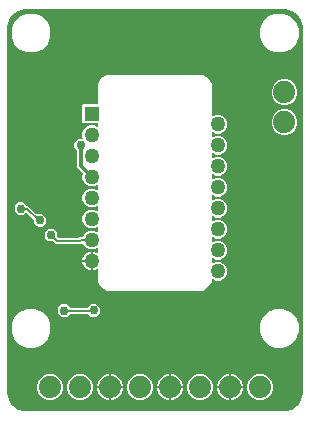
<source format=gbr>
G04 EAGLE Gerber RS-274X export*
G75*
%MOMM*%
%FSLAX34Y34*%
%LPD*%
%INBottom Copper*%
%IPPOS*%
%AMOC8*
5,1,8,0,0,1.08239X$1,22.5*%
G01*
G04 Define Apertures*
%ADD10C,1.879600*%
%ADD11R,1.270000X1.270000*%
%ADD12C,1.270000*%
%ADD13C,0.756400*%
%ADD14C,0.304800*%
%ADD15C,0.203200*%
G36*
X110149Y-194985D02*
X110000Y-195000D01*
X-110000Y-195000D01*
X-110149Y-194985D01*
X-115597Y-193902D01*
X-115872Y-193788D01*
X-120491Y-190701D01*
X-120701Y-190491D01*
X-123788Y-185872D01*
X-123902Y-185597D01*
X-124985Y-180149D01*
X-125000Y-180000D01*
X-125000Y130000D01*
X-124985Y130149D01*
X-123902Y135597D01*
X-123788Y135872D01*
X-120701Y140491D01*
X-120491Y140701D01*
X-115872Y143788D01*
X-115597Y143902D01*
X-110149Y144985D01*
X-110000Y145000D01*
X110000Y145000D01*
X110149Y144985D01*
X115597Y143902D01*
X115872Y143788D01*
X120491Y140701D01*
X120701Y140491D01*
X123788Y135872D01*
X123902Y135597D01*
X124985Y130149D01*
X125000Y130000D01*
X125000Y-180000D01*
X124985Y-180149D01*
X123902Y-185597D01*
X123788Y-185872D01*
X120701Y-190491D01*
X120491Y-190701D01*
X115872Y-193788D01*
X115597Y-193902D01*
X110149Y-194985D01*
G37*
%LPC*%
G36*
X101718Y108500D02*
X108282Y108500D01*
X114347Y111012D01*
X118988Y115654D01*
X121500Y121718D01*
X121500Y128282D01*
X118988Y134347D01*
X114347Y138988D01*
X108282Y141500D01*
X101718Y141500D01*
X95654Y138988D01*
X91012Y134347D01*
X88500Y128282D01*
X88500Y121718D01*
X91012Y115654D01*
X95654Y111012D01*
X101718Y108500D01*
G37*
G36*
X-108282Y108500D02*
X-101718Y108500D01*
X-95654Y111012D01*
X-91012Y115654D01*
X-88500Y121718D01*
X-88500Y128282D01*
X-91012Y134347D01*
X-95654Y138988D01*
X-101718Y141500D01*
X-108282Y141500D01*
X-114347Y138988D01*
X-118988Y134347D01*
X-121500Y128282D01*
X-121500Y121718D01*
X-118988Y115654D01*
X-114347Y111012D01*
X-108282Y108500D01*
G37*
G36*
X-40801Y-93138D02*
X40547Y-93138D01*
X45225Y-90437D01*
X47926Y-85759D01*
X47926Y-84269D01*
X47975Y-84000D01*
X48136Y-83743D01*
X48385Y-83569D01*
X48682Y-83507D01*
X48980Y-83565D01*
X51774Y-84722D01*
X54906Y-84722D01*
X57800Y-83523D01*
X60015Y-81308D01*
X61214Y-78414D01*
X61214Y-75282D01*
X60015Y-72388D01*
X57800Y-70173D01*
X54906Y-68974D01*
X51774Y-68974D01*
X48980Y-70131D01*
X48712Y-70189D01*
X48413Y-70138D01*
X48158Y-69975D01*
X47986Y-69725D01*
X47926Y-69427D01*
X47926Y-66469D01*
X47975Y-66200D01*
X48136Y-65943D01*
X48385Y-65769D01*
X48682Y-65707D01*
X48980Y-65765D01*
X51774Y-66922D01*
X54906Y-66922D01*
X57800Y-65723D01*
X60015Y-63508D01*
X61214Y-60614D01*
X61214Y-57482D01*
X60015Y-54588D01*
X57800Y-52373D01*
X54906Y-51174D01*
X51774Y-51174D01*
X48980Y-52331D01*
X48712Y-52389D01*
X48413Y-52338D01*
X48158Y-52175D01*
X47986Y-51925D01*
X47926Y-51627D01*
X47926Y-48669D01*
X47975Y-48400D01*
X48136Y-48143D01*
X48385Y-47969D01*
X48682Y-47907D01*
X48980Y-47965D01*
X51774Y-49122D01*
X54906Y-49122D01*
X57800Y-47923D01*
X60015Y-45708D01*
X61214Y-42814D01*
X61214Y-39682D01*
X60015Y-36788D01*
X57800Y-34573D01*
X54906Y-33374D01*
X51774Y-33374D01*
X48980Y-34531D01*
X48712Y-34589D01*
X48413Y-34538D01*
X48158Y-34375D01*
X47986Y-34125D01*
X47926Y-33827D01*
X47926Y-30869D01*
X47975Y-30600D01*
X48136Y-30343D01*
X48385Y-30169D01*
X48682Y-30107D01*
X48980Y-30165D01*
X51774Y-31322D01*
X54906Y-31322D01*
X57800Y-30123D01*
X60015Y-27908D01*
X61214Y-25014D01*
X61214Y-21882D01*
X60015Y-18988D01*
X57800Y-16773D01*
X54906Y-15574D01*
X51774Y-15574D01*
X48980Y-16731D01*
X48712Y-16789D01*
X48413Y-16738D01*
X48158Y-16575D01*
X47986Y-16325D01*
X47926Y-16027D01*
X47926Y-13069D01*
X47975Y-12800D01*
X48136Y-12543D01*
X48385Y-12369D01*
X48682Y-12307D01*
X48980Y-12365D01*
X51774Y-13522D01*
X54906Y-13522D01*
X57800Y-12323D01*
X60015Y-10108D01*
X61214Y-7214D01*
X61214Y-4082D01*
X60015Y-1188D01*
X57800Y1027D01*
X54906Y2226D01*
X51774Y2226D01*
X48980Y1069D01*
X48712Y1011D01*
X48413Y1062D01*
X48158Y1225D01*
X47986Y1475D01*
X47926Y1773D01*
X47926Y4731D01*
X47975Y5000D01*
X48136Y5257D01*
X48385Y5431D01*
X48682Y5493D01*
X48980Y5435D01*
X51774Y4278D01*
X54906Y4278D01*
X57800Y5477D01*
X60015Y7692D01*
X61214Y10586D01*
X61214Y13718D01*
X60015Y16612D01*
X57800Y18827D01*
X54906Y20026D01*
X51774Y20026D01*
X48980Y18869D01*
X48712Y18811D01*
X48413Y18862D01*
X48158Y19025D01*
X47986Y19275D01*
X47926Y19573D01*
X47926Y22531D01*
X47975Y22800D01*
X48136Y23057D01*
X48385Y23231D01*
X48682Y23293D01*
X48980Y23235D01*
X51774Y22078D01*
X54906Y22078D01*
X57800Y23277D01*
X60015Y25492D01*
X61214Y28386D01*
X61214Y31518D01*
X60015Y34412D01*
X57800Y36627D01*
X54906Y37826D01*
X51774Y37826D01*
X48980Y36669D01*
X48712Y36611D01*
X48413Y36662D01*
X48158Y36825D01*
X47986Y37075D01*
X47926Y37373D01*
X47926Y40331D01*
X47975Y40600D01*
X48136Y40857D01*
X48385Y41031D01*
X48682Y41093D01*
X48980Y41035D01*
X51774Y39878D01*
X54906Y39878D01*
X57800Y41077D01*
X60015Y43292D01*
X61214Y46186D01*
X61214Y49318D01*
X60015Y52212D01*
X57800Y54427D01*
X54906Y55626D01*
X51774Y55626D01*
X48980Y54469D01*
X48712Y54411D01*
X48413Y54462D01*
X48158Y54625D01*
X47986Y54875D01*
X47926Y55173D01*
X47926Y82203D01*
X45225Y86881D01*
X40547Y89582D01*
X-40801Y89582D01*
X-45479Y86881D01*
X-48180Y82203D01*
X-48180Y65278D01*
X-48231Y65003D01*
X-48395Y64748D01*
X-48645Y64576D01*
X-48942Y64516D01*
X-60575Y64516D01*
X-61468Y63623D01*
X-61468Y49661D01*
X-60575Y48768D01*
X-48942Y48768D01*
X-48667Y48717D01*
X-48412Y48553D01*
X-48240Y48303D01*
X-48180Y48006D01*
X-48180Y46263D01*
X-48229Y45994D01*
X-48390Y45737D01*
X-48639Y45563D01*
X-48936Y45501D01*
X-49234Y45559D01*
X-52028Y46716D01*
X-55160Y46716D01*
X-58054Y45517D01*
X-60269Y43302D01*
X-61468Y40408D01*
X-61468Y37276D01*
X-61070Y36314D01*
X-61012Y36047D01*
X-61063Y35748D01*
X-61226Y35493D01*
X-61477Y35321D01*
X-61774Y35261D01*
X-65243Y35261D01*
X-68351Y32153D01*
X-68351Y27757D01*
X-66263Y25669D01*
X-66100Y25427D01*
X-66040Y25130D01*
X-66040Y11377D01*
X-61243Y6581D01*
X-61083Y6345D01*
X-61020Y6048D01*
X-61078Y5750D01*
X-61468Y4808D01*
X-61468Y1676D01*
X-60269Y-1218D01*
X-58054Y-3433D01*
X-55160Y-4632D01*
X-52028Y-4632D01*
X-49234Y-3475D01*
X-48966Y-3417D01*
X-48667Y-3468D01*
X-48412Y-3631D01*
X-48240Y-3881D01*
X-48180Y-4179D01*
X-48180Y-7137D01*
X-48229Y-7406D01*
X-48390Y-7663D01*
X-48639Y-7837D01*
X-48936Y-7899D01*
X-49234Y-7841D01*
X-52028Y-6684D01*
X-55160Y-6684D01*
X-58054Y-7883D01*
X-60269Y-10098D01*
X-61468Y-12992D01*
X-61468Y-16124D01*
X-60269Y-19018D01*
X-58054Y-21233D01*
X-55160Y-22432D01*
X-52028Y-22432D01*
X-49234Y-21275D01*
X-48966Y-21217D01*
X-48667Y-21268D01*
X-48412Y-21431D01*
X-48240Y-21681D01*
X-48180Y-21979D01*
X-48180Y-24937D01*
X-48229Y-25206D01*
X-48390Y-25463D01*
X-48639Y-25637D01*
X-48936Y-25699D01*
X-49234Y-25641D01*
X-52028Y-24484D01*
X-55160Y-24484D01*
X-58054Y-25683D01*
X-60269Y-27898D01*
X-61468Y-30792D01*
X-61468Y-33924D01*
X-60269Y-36818D01*
X-58054Y-39033D01*
X-55160Y-40232D01*
X-52028Y-40232D01*
X-49234Y-39075D01*
X-48966Y-39017D01*
X-48667Y-39068D01*
X-48412Y-39231D01*
X-48240Y-39481D01*
X-48180Y-39779D01*
X-48180Y-42737D01*
X-48229Y-43006D01*
X-48390Y-43263D01*
X-48639Y-43437D01*
X-48936Y-43499D01*
X-49234Y-43441D01*
X-52028Y-42284D01*
X-55160Y-42284D01*
X-58054Y-43483D01*
X-60269Y-45698D01*
X-60870Y-47148D01*
X-61026Y-47386D01*
X-61277Y-47558D01*
X-61574Y-47618D01*
X-63693Y-47618D01*
X-64000Y-47925D01*
X-64241Y-48088D01*
X-64539Y-48148D01*
X-81932Y-48148D01*
X-82207Y-48097D01*
X-82462Y-47933D01*
X-82634Y-47683D01*
X-82694Y-47386D01*
X-82694Y-43802D01*
X-85802Y-40694D01*
X-90198Y-40694D01*
X-93306Y-43802D01*
X-93306Y-48198D01*
X-90198Y-51306D01*
X-86602Y-51306D01*
X-86316Y-51362D01*
X-86063Y-51529D01*
X-84364Y-53228D01*
X-62119Y-53228D01*
X-62025Y-53134D01*
X-61800Y-52978D01*
X-61504Y-52911D01*
X-61205Y-52964D01*
X-60951Y-53130D01*
X-60782Y-53381D01*
X-60269Y-54618D01*
X-58054Y-56833D01*
X-55160Y-58032D01*
X-52028Y-58032D01*
X-49234Y-56875D01*
X-48966Y-56817D01*
X-48667Y-56868D01*
X-48412Y-57031D01*
X-48240Y-57281D01*
X-48180Y-57579D01*
X-48180Y-60563D01*
X-48229Y-60832D01*
X-48390Y-61089D01*
X-48639Y-61263D01*
X-48936Y-61325D01*
X-49234Y-61267D01*
X-52033Y-60108D01*
X-52832Y-60108D01*
X-52832Y-75808D01*
X-52033Y-75808D01*
X-49234Y-74649D01*
X-48966Y-74591D01*
X-48667Y-74642D01*
X-48412Y-74805D01*
X-48240Y-75055D01*
X-48180Y-75353D01*
X-48180Y-85759D01*
X-45479Y-90437D01*
X-40801Y-93138D01*
G37*
G36*
X107429Y63846D02*
X111775Y63846D01*
X115789Y65509D01*
X118861Y68581D01*
X120524Y72595D01*
X120524Y76941D01*
X118861Y80955D01*
X115789Y84027D01*
X111775Y85690D01*
X107429Y85690D01*
X103415Y84027D01*
X100343Y80955D01*
X98680Y76941D01*
X98680Y72595D01*
X100343Y68581D01*
X103415Y65509D01*
X107429Y63846D01*
G37*
G36*
X107429Y38446D02*
X111775Y38446D01*
X115789Y40109D01*
X118861Y43181D01*
X120524Y47195D01*
X120524Y51541D01*
X118861Y55555D01*
X115789Y58627D01*
X111775Y60290D01*
X107429Y60290D01*
X103415Y58627D01*
X100343Y55555D01*
X98680Y51541D01*
X98680Y47195D01*
X100343Y43181D01*
X103415Y40109D01*
X107429Y38446D01*
G37*
G36*
X-99729Y-38837D02*
X-95333Y-38837D01*
X-92225Y-35729D01*
X-92225Y-31333D01*
X-95333Y-28225D01*
X-99868Y-28225D01*
X-100154Y-28169D01*
X-100406Y-28002D01*
X-107221Y-21187D01*
X-108312Y-21187D01*
X-108598Y-21131D01*
X-108851Y-20964D01*
X-111393Y-18421D01*
X-115789Y-18421D01*
X-118897Y-21529D01*
X-118897Y-25925D01*
X-115789Y-29033D01*
X-111393Y-29033D01*
X-109515Y-27155D01*
X-109285Y-26997D01*
X-108988Y-26932D01*
X-108690Y-26987D01*
X-108437Y-27155D01*
X-103060Y-32532D01*
X-102897Y-32774D01*
X-102837Y-33071D01*
X-102837Y-35729D01*
X-99729Y-38837D01*
G37*
G36*
X-61444Y-67196D02*
X-54356Y-67196D01*
X-54356Y-60108D01*
X-55155Y-60108D01*
X-58041Y-61303D01*
X-60249Y-63511D01*
X-61444Y-66397D01*
X-61444Y-67196D01*
G37*
G36*
X-55155Y-75808D02*
X-54356Y-75808D01*
X-54356Y-68720D01*
X-61444Y-68720D01*
X-61444Y-69519D01*
X-60249Y-72405D01*
X-58041Y-74613D01*
X-55155Y-75808D01*
G37*
G36*
X-79326Y-115306D02*
X-74930Y-115306D01*
X-72387Y-112763D01*
X-72146Y-112600D01*
X-71849Y-112540D01*
X-57085Y-112540D01*
X-56799Y-112596D01*
X-56546Y-112763D01*
X-54142Y-115167D01*
X-49746Y-115167D01*
X-46638Y-112059D01*
X-46638Y-107664D01*
X-49746Y-104555D01*
X-54142Y-104555D01*
X-56823Y-107237D01*
X-57065Y-107400D01*
X-57362Y-107460D01*
X-71849Y-107460D01*
X-72135Y-107404D01*
X-72387Y-107237D01*
X-74930Y-104694D01*
X-79326Y-104694D01*
X-82434Y-107802D01*
X-82434Y-112198D01*
X-79326Y-115306D01*
G37*
G36*
X101718Y-141500D02*
X108282Y-141500D01*
X114347Y-138988D01*
X118988Y-134347D01*
X121500Y-128282D01*
X121500Y-121718D01*
X118988Y-115654D01*
X114347Y-111012D01*
X108282Y-108500D01*
X101718Y-108500D01*
X95654Y-111012D01*
X91012Y-115654D01*
X88500Y-121718D01*
X88500Y-128282D01*
X91012Y-134347D01*
X95654Y-138988D01*
X101718Y-141500D01*
G37*
G36*
X-108282Y-141500D02*
X-101718Y-141500D01*
X-95654Y-138988D01*
X-91012Y-134347D01*
X-88500Y-128282D01*
X-88500Y-121718D01*
X-91012Y-115654D01*
X-95654Y-111012D01*
X-101718Y-108500D01*
X-108282Y-108500D01*
X-114347Y-111012D01*
X-118988Y-115654D01*
X-121500Y-121718D01*
X-121500Y-128282D01*
X-118988Y-134347D01*
X-114347Y-138988D01*
X-108282Y-141500D01*
G37*
G36*
X86727Y-185922D02*
X91073Y-185922D01*
X95087Y-184259D01*
X98159Y-181187D01*
X99822Y-177173D01*
X99822Y-172827D01*
X98159Y-168813D01*
X95087Y-165741D01*
X91073Y-164078D01*
X86727Y-164078D01*
X82713Y-165741D01*
X79641Y-168813D01*
X77978Y-172827D01*
X77978Y-177173D01*
X79641Y-181187D01*
X82713Y-184259D01*
X86727Y-185922D01*
G37*
G36*
X35927Y-185922D02*
X40273Y-185922D01*
X44287Y-184259D01*
X47359Y-181187D01*
X49022Y-177173D01*
X49022Y-172827D01*
X47359Y-168813D01*
X44287Y-165741D01*
X40273Y-164078D01*
X35927Y-164078D01*
X31913Y-165741D01*
X28841Y-168813D01*
X27178Y-172827D01*
X27178Y-177173D01*
X28841Y-181187D01*
X31913Y-184259D01*
X35927Y-185922D01*
G37*
G36*
X-14873Y-185922D02*
X-10527Y-185922D01*
X-6513Y-184259D01*
X-3441Y-181187D01*
X-1778Y-177173D01*
X-1778Y-172827D01*
X-3441Y-168813D01*
X-6513Y-165741D01*
X-10527Y-164078D01*
X-14873Y-164078D01*
X-18887Y-165741D01*
X-21959Y-168813D01*
X-23622Y-172827D01*
X-23622Y-177173D01*
X-21959Y-181187D01*
X-18887Y-184259D01*
X-14873Y-185922D01*
G37*
G36*
X-65673Y-185922D02*
X-61327Y-185922D01*
X-57313Y-184259D01*
X-54241Y-181187D01*
X-52578Y-177173D01*
X-52578Y-172827D01*
X-54241Y-168813D01*
X-57313Y-165741D01*
X-61327Y-164078D01*
X-65673Y-164078D01*
X-69687Y-165741D01*
X-72759Y-168813D01*
X-74422Y-172827D01*
X-74422Y-177173D01*
X-72759Y-181187D01*
X-69687Y-184259D01*
X-65673Y-185922D01*
G37*
G36*
X-91073Y-185922D02*
X-86727Y-185922D01*
X-82713Y-184259D01*
X-79641Y-181187D01*
X-77978Y-177173D01*
X-77978Y-172827D01*
X-79641Y-168813D01*
X-82713Y-165741D01*
X-86727Y-164078D01*
X-91073Y-164078D01*
X-95087Y-165741D01*
X-98159Y-168813D01*
X-99822Y-172827D01*
X-99822Y-177173D01*
X-98159Y-181187D01*
X-95087Y-184259D01*
X-91073Y-185922D01*
G37*
G36*
X52602Y-174238D02*
X62738Y-174238D01*
X62738Y-164102D01*
X61332Y-164102D01*
X57327Y-165761D01*
X54261Y-168827D01*
X52602Y-172832D01*
X52602Y-174238D01*
G37*
G36*
X1802Y-174238D02*
X11938Y-174238D01*
X11938Y-164102D01*
X10532Y-164102D01*
X6527Y-165761D01*
X3461Y-168827D01*
X1802Y-172832D01*
X1802Y-174238D01*
G37*
G36*
X-48998Y-174238D02*
X-38862Y-174238D01*
X-38862Y-164102D01*
X-40268Y-164102D01*
X-44273Y-165761D01*
X-47339Y-168827D01*
X-48998Y-172832D01*
X-48998Y-174238D01*
G37*
G36*
X-37338Y-174238D02*
X-27202Y-174238D01*
X-27202Y-172832D01*
X-28861Y-168827D01*
X-31927Y-165761D01*
X-35932Y-164102D01*
X-37338Y-164102D01*
X-37338Y-174238D01*
G37*
G36*
X13462Y-174238D02*
X23598Y-174238D01*
X23598Y-172832D01*
X21939Y-168827D01*
X18873Y-165761D01*
X14868Y-164102D01*
X13462Y-164102D01*
X13462Y-174238D01*
G37*
G36*
X64262Y-174238D02*
X74398Y-174238D01*
X74398Y-172832D01*
X72739Y-168827D01*
X69673Y-165761D01*
X65668Y-164102D01*
X64262Y-164102D01*
X64262Y-174238D01*
G37*
G36*
X64262Y-185898D02*
X65668Y-185898D01*
X69673Y-184239D01*
X72739Y-181173D01*
X74398Y-177168D01*
X74398Y-175762D01*
X64262Y-175762D01*
X64262Y-185898D01*
G37*
G36*
X61332Y-185898D02*
X62738Y-185898D01*
X62738Y-175762D01*
X52602Y-175762D01*
X52602Y-177168D01*
X54261Y-181173D01*
X57327Y-184239D01*
X61332Y-185898D01*
G37*
G36*
X13462Y-185898D02*
X14868Y-185898D01*
X18873Y-184239D01*
X21939Y-181173D01*
X23598Y-177168D01*
X23598Y-175762D01*
X13462Y-175762D01*
X13462Y-185898D01*
G37*
G36*
X10532Y-185898D02*
X11938Y-185898D01*
X11938Y-175762D01*
X1802Y-175762D01*
X1802Y-177168D01*
X3461Y-181173D01*
X6527Y-184239D01*
X10532Y-185898D01*
G37*
G36*
X-37338Y-185898D02*
X-35932Y-185898D01*
X-31927Y-184239D01*
X-28861Y-181173D01*
X-27202Y-177168D01*
X-27202Y-175762D01*
X-37338Y-175762D01*
X-37338Y-185898D01*
G37*
G36*
X-40268Y-185898D02*
X-38862Y-185898D01*
X-38862Y-175762D01*
X-48998Y-175762D01*
X-48998Y-177168D01*
X-47339Y-181173D01*
X-44273Y-184239D01*
X-40268Y-185898D01*
G37*
%LPD*%
D10*
X-88900Y-175000D03*
X-63500Y-175000D03*
X-38100Y-175000D03*
X-12700Y-175000D03*
X12700Y-175000D03*
X38100Y-175000D03*
X63500Y-175000D03*
X88900Y-175000D03*
D11*
X-53594Y56642D03*
D12*
X-53594Y38842D03*
X-53594Y21042D03*
X-53594Y3242D03*
X-53594Y-14558D03*
X-53594Y-32358D03*
X-53594Y-50158D03*
X-53594Y-67958D03*
X53340Y47752D03*
X53340Y29952D03*
X53340Y12152D03*
X53340Y-5648D03*
X53340Y-23448D03*
X53340Y-41248D03*
X53340Y-59048D03*
X53340Y-76848D03*
D10*
X109602Y74768D03*
X109602Y49368D03*
D13*
X-62287Y-23713D03*
X62000Y139000D03*
X83000Y-153932D03*
X57640Y61640D03*
X83282Y-58000D03*
X-79128Y-130236D03*
X-25000Y141218D03*
X-18000Y-127000D03*
X12000Y-128000D03*
X57000Y-136000D03*
X31000Y-158000D03*
X56000Y-158000D03*
X7000Y-159000D03*
X-22000Y-159000D03*
X-120000Y-109000D03*
X-121218Y-141000D03*
X-108822Y-191184D03*
X-76200Y-183095D03*
X52000Y-191218D03*
X76000Y-191000D03*
X113000Y-186000D03*
X116000Y-166000D03*
X91000Y-144000D03*
X99000Y-38000D03*
X121218Y-108000D03*
X121218Y-69000D03*
X121000Y-48000D03*
X119000Y-6000D03*
X109000Y27000D03*
X83000Y59000D03*
X-60000Y95000D03*
X-83170Y75340D03*
X-78000Y61000D03*
X-117000Y107000D03*
X-83000Y137000D03*
X-63000Y141218D03*
X45000Y141218D03*
X99000Y104000D03*
X-98000Y20000D03*
X-98000Y32000D03*
X-95000Y56000D03*
X-93000Y-61000D03*
X-63000Y-59000D03*
X-115000Y-34000D03*
X-63000Y-5000D03*
X-98340Y7000D03*
X-121218Y53000D03*
X-121218Y20000D03*
X-113000Y3000D03*
X99000Y-3000D03*
X88000Y39000D03*
X-53170Y73340D03*
X51708Y85000D03*
X59513Y96513D03*
X68672Y106672D03*
X-118159Y84159D03*
X38000Y126660D03*
X-22000Y126660D03*
X-37000Y126660D03*
X-88414Y89414D03*
X25000Y110830D03*
X-3000Y110830D03*
X-30000Y110830D03*
X75098Y80928D03*
X2000Y93364D03*
X30000Y94000D03*
X15000Y95000D03*
X-50000Y-97000D03*
X-51000Y-119000D03*
X61194Y2982D03*
X61994Y-33006D03*
X79797Y-12203D03*
X-66000Y-43858D03*
X84718Y-131451D03*
X-38958Y-118042D03*
X-112218Y-80718D03*
X-87193Y-95658D03*
X62640Y39640D03*
X61797Y-14203D03*
X28000Y-97000D03*
X-24000Y-98000D03*
X-106203Y74797D03*
X118797Y92797D03*
X-83203Y-76203D03*
X-119203Y-181203D03*
X120797Y62797D03*
X99762Y-92000D03*
X99762Y-70000D03*
X64996Y-62479D03*
X73291Y-108529D03*
X51087Y-104087D03*
X-25404Y-183844D03*
X-312Y-183407D03*
X37696Y-129706D03*
X72815Y-92000D03*
X-51404Y-183844D03*
X24800Y-183844D03*
X41587Y-113570D03*
X-91378Y-160296D03*
X-112203Y-153203D03*
X-51000Y-157306D03*
X94672Y80672D03*
X51000Y-113570D03*
X-55000Y-128000D03*
X61194Y20982D03*
X85903Y-103000D03*
X110218Y-105000D03*
X-101914Y-42000D03*
X-99000Y-23062D03*
X-106340Y-10000D03*
X-79378Y-155296D03*
X-63045Y29955D03*
D14*
X-62992Y29901D01*
X-62992Y12640D02*
X-53594Y3242D01*
X-62992Y12640D02*
X-62992Y29901D01*
D13*
X-88000Y-46000D03*
D15*
X-83312Y-50688D02*
X-63171Y-50688D01*
X-83312Y-50688D02*
X-88000Y-46000D01*
X-62641Y-50158D02*
X-53594Y-50158D01*
X-62641Y-50158D02*
X-63171Y-50688D01*
D13*
X-97531Y-33531D03*
D15*
X-98469Y-33531D01*
D13*
X-113591Y-23727D03*
D15*
X-108273Y-23727D02*
X-98469Y-33531D01*
X-108273Y-23727D02*
X-113591Y-23727D01*
D13*
X-51944Y-109861D03*
D14*
X-52452Y-109861D02*
X-52590Y-110000D01*
D13*
X-77128Y-110000D03*
D15*
X-52590Y-110000D01*
D14*
X-52452Y-109861D02*
X-51944Y-109861D01*
M02*

</source>
